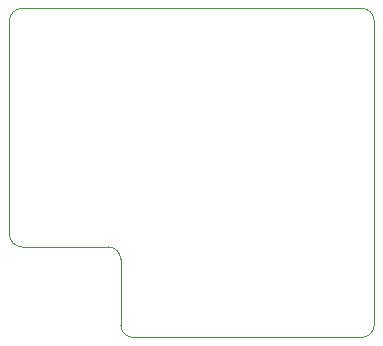
<source format=gbr>
%TF.GenerationSoftware,KiCad,Pcbnew,(5.1.10-1-10_14)*%
%TF.CreationDate,2022-01-11T15:19:51-08:00*%
%TF.ProjectId,FanExpander-Lite,46616e45-7870-4616-9e64-65722d4c6974,V1.0.3*%
%TF.SameCoordinates,Original*%
%TF.FileFunction,Profile,NP*%
%FSLAX46Y46*%
G04 Gerber Fmt 4.6, Leading zero omitted, Abs format (unit mm)*
G04 Created by KiCad (PCBNEW (5.1.10-1-10_14)) date 2022-01-11 15:19:51*
%MOMM*%
%LPD*%
G01*
G04 APERTURE LIST*
%TA.AperFunction,Profile*%
%ADD10C,0.050000*%
%TD*%
G04 APERTURE END LIST*
D10*
X70104000Y-40716200D02*
G75*
G02*
X71170800Y-41783000I0J-1066800D01*
G01*
X71170800Y-67513200D02*
G75*
G02*
X70104000Y-68580000I-1066800J0D01*
G01*
X50799999Y-68579999D02*
G75*
G02*
X49707801Y-67538599I-25399J1066799D01*
G01*
X48641000Y-60909201D02*
G75*
G02*
X49707800Y-61976001I0J-1066800D01*
G01*
X41325800Y-60909198D02*
G75*
G02*
X40284400Y-59817000I25399J1066799D01*
G01*
X40284400Y-41783000D02*
G75*
G02*
X41351200Y-40716200I1066800J0D01*
G01*
X50799999Y-68579999D02*
X70104000Y-68580000D01*
X49707800Y-61976001D02*
X49707801Y-67538599D01*
X70104000Y-40716200D02*
X41351200Y-40716200D01*
X71170800Y-67513200D02*
X71170800Y-41783000D01*
X41325800Y-60909198D02*
X48641000Y-60909201D01*
X40284400Y-41783000D02*
X40284400Y-59817000D01*
M02*

</source>
